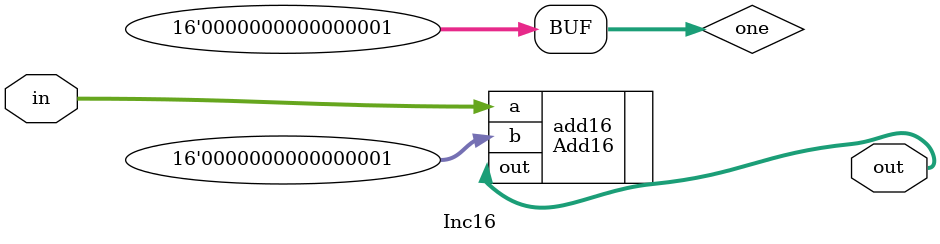
<source format=v>
module Inc16(
    input [15:0] in,
    output [15:0] out
);
	reg [15:0] one = 16'd1;	
	Add16 add16(
		.a(in), 
		.b(one),
		.out(out)
	);

endmodule

</source>
